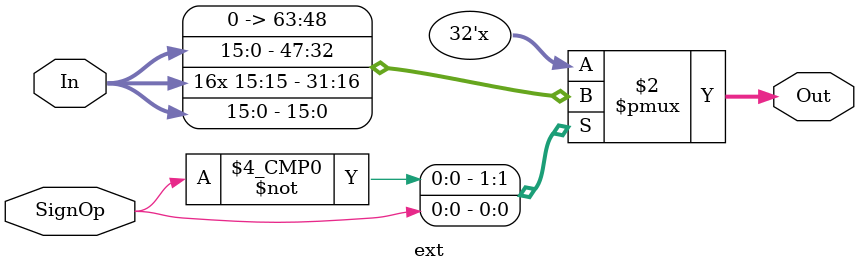
<source format=v>
`timescale 1ns / 1ps
module ext(
    input [15:0] In,
    input SignOp,
    output reg [31:0] Out
    );
	 always @(*)begin
		 case(SignOp)
			0: Out <= {{16{1'b0}},In};
			1: Out <= {{16{In[15]}},In};
			default: Out <= 32'b0;
		 endcase
	 end
endmodule

</source>
